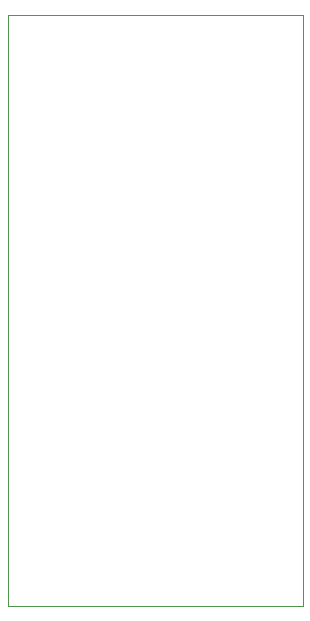
<source format=gbr>
%TF.GenerationSoftware,KiCad,Pcbnew,(5.1.9-16-g1737927814)-1*%
%TF.CreationDate,2021-08-21T22:04:48-05:00*%
%TF.ProjectId,adbuino,61646275-696e-46f2-9e6b-696361645f70,rev?*%
%TF.SameCoordinates,Original*%
%TF.FileFunction,Profile,NP*%
%FSLAX46Y46*%
G04 Gerber Fmt 4.6, Leading zero omitted, Abs format (unit mm)*
G04 Created by KiCad (PCBNEW (5.1.9-16-g1737927814)-1) date 2021-08-21 22:04:48*
%MOMM*%
%LPD*%
G01*
G04 APERTURE LIST*
%TA.AperFunction,Profile*%
%ADD10C,0.050000*%
%TD*%
G04 APERTURE END LIST*
D10*
X25000000Y-75000000D02*
X25000000Y-25000000D01*
X50000000Y-25000000D02*
X50000000Y-75000000D01*
X25000000Y-25000000D02*
X50000000Y-25000000D01*
X50000000Y-75000000D02*
X25000000Y-75000000D01*
M02*

</source>
